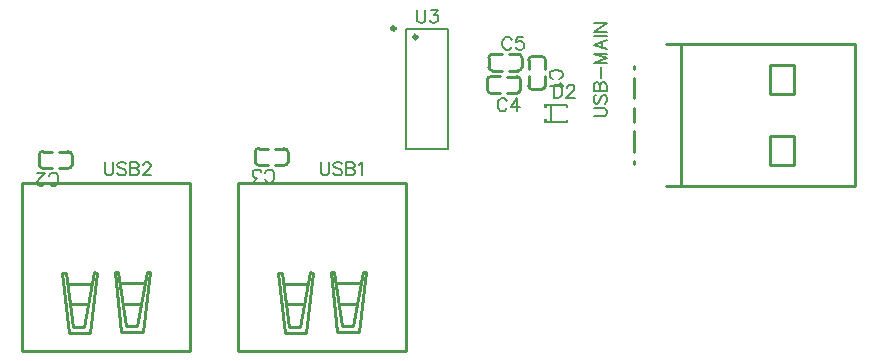
<source format=gto>
G04 Layer: TopSilkscreenLayer*
G04 EasyEDA v6.5.42, 2024-05-08 18:12:25*
G04 be8ffc033df6498d868a6c16453b8217,f8c0e07f684e49ff84154c9ab2af1557,10*
G04 Gerber Generator version 0.2*
G04 Scale: 100 percent, Rotated: No, Reflected: No *
G04 Dimensions in millimeters *
G04 leading zeros omitted , absolute positions ,4 integer and 5 decimal *
%FSLAX45Y45*%
%MOMM*%

%ADD10C,0.1524*%
%ADD11C,0.2540*%
%ADD12C,0.1520*%
%ADD13C,0.3000*%

%LPD*%
D10*
X3960622Y-3061207D02*
G01*
X3965956Y-3071621D01*
X3976370Y-3082036D01*
X3986529Y-3087115D01*
X4007358Y-3087115D01*
X4017772Y-3082036D01*
X4028186Y-3071621D01*
X4033520Y-3061207D01*
X4038600Y-3045460D01*
X4038600Y-3019552D01*
X4033520Y-3004057D01*
X4028186Y-2993644D01*
X4017772Y-2983229D01*
X4007358Y-2978150D01*
X3986529Y-2978150D01*
X3976370Y-2983229D01*
X3965956Y-2993644D01*
X3960622Y-3004057D01*
X3915918Y-3087115D02*
G01*
X3858768Y-3087115D01*
X3890009Y-3045460D01*
X3874515Y-3045460D01*
X3864102Y-3040379D01*
X3858768Y-3035300D01*
X3853688Y-3019552D01*
X3853688Y-3009137D01*
X3858768Y-2993644D01*
X3869181Y-2983229D01*
X3884929Y-2978150D01*
X3900424Y-2978150D01*
X3915918Y-2983229D01*
X3921252Y-2988310D01*
X3926331Y-2998723D01*
X6742506Y-2526817D02*
G01*
X6820484Y-2526817D01*
X6835978Y-2521737D01*
X6846392Y-2511323D01*
X6851472Y-2495575D01*
X6851472Y-2485161D01*
X6846392Y-2469667D01*
X6835978Y-2459253D01*
X6820484Y-2454173D01*
X6742506Y-2454173D01*
X6758000Y-2346985D02*
G01*
X6747586Y-2357399D01*
X6742506Y-2373147D01*
X6742506Y-2393721D01*
X6747586Y-2409469D01*
X6758000Y-2419883D01*
X6768414Y-2419883D01*
X6778828Y-2414549D01*
X6784162Y-2409469D01*
X6789242Y-2399055D01*
X6799656Y-2367813D01*
X6804736Y-2357399D01*
X6810070Y-2352319D01*
X6820484Y-2346985D01*
X6835978Y-2346985D01*
X6846392Y-2357399D01*
X6851472Y-2373147D01*
X6851472Y-2393721D01*
X6846392Y-2409469D01*
X6835978Y-2419883D01*
X6742506Y-2312695D02*
G01*
X6851472Y-2312695D01*
X6742506Y-2312695D02*
G01*
X6742506Y-2265959D01*
X6747586Y-2250465D01*
X6752920Y-2245131D01*
X6763334Y-2240051D01*
X6773748Y-2240051D01*
X6784162Y-2245131D01*
X6789242Y-2250465D01*
X6794322Y-2265959D01*
X6794322Y-2312695D02*
G01*
X6794322Y-2265959D01*
X6799656Y-2250465D01*
X6804736Y-2245131D01*
X6815150Y-2240051D01*
X6830898Y-2240051D01*
X6841312Y-2245131D01*
X6846392Y-2250465D01*
X6851472Y-2265959D01*
X6851472Y-2312695D01*
X6804736Y-2205761D02*
G01*
X6804736Y-2112289D01*
X6742506Y-2077999D02*
G01*
X6851472Y-2077999D01*
X6742506Y-2077999D02*
G01*
X6851472Y-2036343D01*
X6742506Y-1994687D02*
G01*
X6851472Y-2036343D01*
X6742506Y-1994687D02*
G01*
X6851472Y-1994687D01*
X6742506Y-1918995D02*
G01*
X6851472Y-1960397D01*
X6742506Y-1918995D02*
G01*
X6851472Y-1877339D01*
X6815150Y-1944903D02*
G01*
X6815150Y-1893087D01*
X6742506Y-1843049D02*
G01*
X6851472Y-1843049D01*
X6742506Y-1808759D02*
G01*
X6851472Y-1808759D01*
X6742506Y-1808759D02*
G01*
X6851472Y-1736115D01*
X6742506Y-1736115D02*
G01*
X6851472Y-1736115D01*
X6452108Y-2211578D02*
G01*
X6462522Y-2206244D01*
X6472936Y-2195829D01*
X6478015Y-2185670D01*
X6478015Y-2164842D01*
X6472936Y-2154428D01*
X6462522Y-2144013D01*
X6452108Y-2138679D01*
X6436359Y-2133600D01*
X6410452Y-2133600D01*
X6394958Y-2138679D01*
X6384543Y-2144013D01*
X6374129Y-2154428D01*
X6369050Y-2164842D01*
X6369050Y-2185670D01*
X6374129Y-2195829D01*
X6384543Y-2206244D01*
X6394958Y-2211578D01*
X6457188Y-2245868D02*
G01*
X6462522Y-2256281D01*
X6478015Y-2271776D01*
X6369050Y-2271776D01*
X2131822Y-3086607D02*
G01*
X2137156Y-3097021D01*
X2147570Y-3107436D01*
X2157729Y-3112515D01*
X2178558Y-3112515D01*
X2188972Y-3107436D01*
X2199386Y-3097021D01*
X2204720Y-3086607D01*
X2209800Y-3070860D01*
X2209800Y-3044952D01*
X2204720Y-3029457D01*
X2199386Y-3019044D01*
X2188972Y-3008629D01*
X2178558Y-3003550D01*
X2157729Y-3003550D01*
X2147570Y-3008629D01*
X2137156Y-3019044D01*
X2131822Y-3029457D01*
X2092452Y-3086607D02*
G01*
X2092452Y-3091687D01*
X2087118Y-3102102D01*
X2082038Y-3107436D01*
X2071624Y-3112515D01*
X2050795Y-3112515D01*
X2040381Y-3107436D01*
X2035302Y-3102102D01*
X2029968Y-3091687D01*
X2029968Y-3081273D01*
X2035302Y-3070860D01*
X2045715Y-3055365D01*
X2097531Y-3003550D01*
X2024888Y-3003550D01*
X6008877Y-2399792D02*
G01*
X6003543Y-2389378D01*
X5993129Y-2378963D01*
X5982970Y-2373884D01*
X5962141Y-2373884D01*
X5951727Y-2378963D01*
X5941313Y-2389378D01*
X5935979Y-2399792D01*
X5930900Y-2415539D01*
X5930900Y-2441447D01*
X5935979Y-2456942D01*
X5941313Y-2467355D01*
X5951727Y-2477770D01*
X5962141Y-2482850D01*
X5982970Y-2482850D01*
X5993129Y-2477770D01*
X6003543Y-2467355D01*
X6008877Y-2456942D01*
X6094984Y-2373884D02*
G01*
X6043168Y-2446528D01*
X6121145Y-2446528D01*
X6094984Y-2373884D02*
G01*
X6094984Y-2482850D01*
X6046977Y-1879092D02*
G01*
X6041643Y-1868678D01*
X6031229Y-1858263D01*
X6021070Y-1853184D01*
X6000241Y-1853184D01*
X5989827Y-1858263D01*
X5979413Y-1868678D01*
X5974079Y-1879092D01*
X5969000Y-1894839D01*
X5969000Y-1920747D01*
X5974079Y-1936242D01*
X5979413Y-1946655D01*
X5989827Y-1957070D01*
X6000241Y-1962150D01*
X6021070Y-1962150D01*
X6031229Y-1957070D01*
X6041643Y-1946655D01*
X6046977Y-1936242D01*
X6143497Y-1853184D02*
G01*
X6091681Y-1853184D01*
X6086347Y-1899920D01*
X6091681Y-1894839D01*
X6107175Y-1889505D01*
X6122670Y-1889505D01*
X6138418Y-1894839D01*
X6148831Y-1905000D01*
X6153911Y-1920747D01*
X6153911Y-1931162D01*
X6148831Y-1946655D01*
X6138418Y-1957070D01*
X6122670Y-1962150D01*
X6107175Y-1962150D01*
X6091681Y-1957070D01*
X6086347Y-1951989D01*
X6081268Y-1941576D01*
X6403301Y-2259584D02*
G01*
X6403301Y-2368550D01*
X6403301Y-2259584D02*
G01*
X6439623Y-2259584D01*
X6455371Y-2264663D01*
X6465531Y-2275078D01*
X6470865Y-2285492D01*
X6475945Y-2301239D01*
X6475945Y-2327147D01*
X6470865Y-2342642D01*
X6465531Y-2353055D01*
X6455371Y-2363470D01*
X6439623Y-2368550D01*
X6403301Y-2368550D01*
X6515569Y-2285492D02*
G01*
X6515569Y-2280412D01*
X6520649Y-2269997D01*
X6525983Y-2264663D01*
X6536397Y-2259584D01*
X6556971Y-2259584D01*
X6567385Y-2264663D01*
X6572719Y-2269997D01*
X6577799Y-2280412D01*
X6577799Y-2290826D01*
X6572719Y-2301239D01*
X6562305Y-2316734D01*
X6510235Y-2368550D01*
X6583133Y-2368550D01*
X5245100Y-1624584D02*
G01*
X5245100Y-1702562D01*
X5250179Y-1718055D01*
X5260593Y-1728470D01*
X5276341Y-1733550D01*
X5286756Y-1733550D01*
X5302250Y-1728470D01*
X5312663Y-1718055D01*
X5317743Y-1702562D01*
X5317743Y-1624584D01*
X5362447Y-1624584D02*
G01*
X5419597Y-1624584D01*
X5388609Y-1666239D01*
X5404104Y-1666239D01*
X5414518Y-1671320D01*
X5419597Y-1676400D01*
X5424931Y-1692147D01*
X5424931Y-1702562D01*
X5419597Y-1718055D01*
X5409184Y-1728470D01*
X5393690Y-1733550D01*
X5378195Y-1733550D01*
X5362447Y-1728470D01*
X5357368Y-1723389D01*
X5352034Y-1712976D01*
X4430801Y-2915780D02*
G01*
X4430801Y-2993758D01*
X4435881Y-3009252D01*
X4446295Y-3019666D01*
X4462043Y-3024746D01*
X4472457Y-3024746D01*
X4487951Y-3019666D01*
X4498365Y-3009252D01*
X4503445Y-2993758D01*
X4503445Y-2915780D01*
X4610633Y-2931274D02*
G01*
X4600219Y-2920860D01*
X4584471Y-2915780D01*
X4563897Y-2915780D01*
X4548149Y-2920860D01*
X4537735Y-2931274D01*
X4537735Y-2941688D01*
X4543069Y-2952102D01*
X4548149Y-2957436D01*
X4558563Y-2962516D01*
X4589805Y-2972930D01*
X4600219Y-2978010D01*
X4605299Y-2983344D01*
X4610633Y-2993758D01*
X4610633Y-3009252D01*
X4600219Y-3019666D01*
X4584471Y-3024746D01*
X4563897Y-3024746D01*
X4548149Y-3019666D01*
X4537735Y-3009252D01*
X4644923Y-2915780D02*
G01*
X4644923Y-3024746D01*
X4644923Y-2915780D02*
G01*
X4691659Y-2915780D01*
X4707153Y-2920860D01*
X4712487Y-2926194D01*
X4717567Y-2936608D01*
X4717567Y-2947022D01*
X4712487Y-2957436D01*
X4707153Y-2962516D01*
X4691659Y-2967596D01*
X4644923Y-2967596D02*
G01*
X4691659Y-2967596D01*
X4707153Y-2972930D01*
X4712487Y-2978010D01*
X4717567Y-2988424D01*
X4717567Y-3004172D01*
X4712487Y-3014586D01*
X4707153Y-3019666D01*
X4691659Y-3024746D01*
X4644923Y-3024746D01*
X4751857Y-2936608D02*
G01*
X4762271Y-2931274D01*
X4777765Y-2915780D01*
X4777765Y-3024746D01*
X2602001Y-2915780D02*
G01*
X2602001Y-2993758D01*
X2607081Y-3009252D01*
X2617495Y-3019666D01*
X2633243Y-3024746D01*
X2643657Y-3024746D01*
X2659151Y-3019666D01*
X2669565Y-3009252D01*
X2674645Y-2993758D01*
X2674645Y-2915780D01*
X2781833Y-2931274D02*
G01*
X2771419Y-2920860D01*
X2755671Y-2915780D01*
X2735097Y-2915780D01*
X2719349Y-2920860D01*
X2708935Y-2931274D01*
X2708935Y-2941688D01*
X2714269Y-2952102D01*
X2719349Y-2957436D01*
X2729763Y-2962516D01*
X2761005Y-2972930D01*
X2771419Y-2978010D01*
X2776499Y-2983344D01*
X2781833Y-2993758D01*
X2781833Y-3009252D01*
X2771419Y-3019666D01*
X2755671Y-3024746D01*
X2735097Y-3024746D01*
X2719349Y-3019666D01*
X2708935Y-3009252D01*
X2816123Y-2915780D02*
G01*
X2816123Y-3024746D01*
X2816123Y-2915780D02*
G01*
X2862859Y-2915780D01*
X2878353Y-2920860D01*
X2883687Y-2926194D01*
X2888767Y-2936608D01*
X2888767Y-2947022D01*
X2883687Y-2957436D01*
X2878353Y-2962516D01*
X2862859Y-2967596D01*
X2816123Y-2967596D02*
G01*
X2862859Y-2967596D01*
X2878353Y-2972930D01*
X2883687Y-2978010D01*
X2888767Y-2988424D01*
X2888767Y-3004172D01*
X2883687Y-3014586D01*
X2878353Y-3019666D01*
X2862859Y-3024746D01*
X2816123Y-3024746D01*
X2928391Y-2941688D02*
G01*
X2928391Y-2936608D01*
X2933471Y-2926194D01*
X2938551Y-2920860D01*
X2948965Y-2915780D01*
X2969793Y-2915780D01*
X2980207Y-2920860D01*
X2985541Y-2926194D01*
X2990621Y-2936608D01*
X2990621Y-2947022D01*
X2985541Y-2957436D01*
X2975127Y-2972930D01*
X2923057Y-3024746D01*
X2995701Y-3024746D01*
G36*
X6318199Y-2421636D02*
G01*
X6318199Y-2456891D01*
X6348679Y-2456891D01*
X6348679Y-2421636D01*
G37*
G36*
X6318199Y-2546908D02*
G01*
X6318199Y-2582164D01*
X6348679Y-2582164D01*
X6348679Y-2546908D01*
G37*
D11*
X3874198Y-2910177D02*
G01*
X3874198Y-2830174D01*
X3985173Y-2941162D02*
G01*
X3905176Y-2941162D01*
X3985173Y-2799196D02*
G01*
X3905176Y-2799196D01*
X4042763Y-2941744D02*
G01*
X4122762Y-2941744D01*
X4153745Y-2910761D02*
G01*
X4153745Y-2830763D01*
X4042763Y-2799783D02*
G01*
X4122762Y-2799783D01*
X7483665Y-3115335D02*
G01*
X7483665Y-1913968D01*
X8955130Y-1913968D02*
G01*
X7353658Y-1913968D01*
X8955130Y-1913968D02*
G01*
X8955130Y-3115335D01*
X7353112Y-3115335D01*
X8438781Y-2337826D02*
G01*
X8438781Y-2091578D01*
X8438781Y-2091578D02*
G01*
X8238782Y-2091578D01*
X8238782Y-2337826D01*
X8438781Y-2337826D02*
G01*
X8238782Y-2337826D01*
X8438781Y-2691477D02*
G01*
X8438781Y-2936219D01*
X8438781Y-2936219D02*
G01*
X8238782Y-2936219D01*
X8238782Y-2691477D01*
X8438781Y-2691477D02*
G01*
X8238782Y-2691477D01*
X7083714Y-2926283D02*
G01*
X7083714Y-2904462D01*
X7083714Y-2824772D02*
G01*
X7083714Y-2654449D01*
X7083714Y-2574759D02*
G01*
X7083714Y-2454450D01*
X7083714Y-2374760D02*
G01*
X7083714Y-2204402D01*
X7083714Y-2124834D02*
G01*
X7083714Y-2102952D01*
X6301077Y-2298001D02*
G01*
X6221074Y-2298001D01*
X6332062Y-2187026D02*
G01*
X6332062Y-2267023D01*
X6190096Y-2187026D02*
G01*
X6190096Y-2267023D01*
X6332644Y-2129436D02*
G01*
X6332644Y-2049437D01*
X6301661Y-2018454D02*
G01*
X6221663Y-2018454D01*
X6190683Y-2129436D02*
G01*
X6190683Y-2049437D01*
X2045398Y-2935577D02*
G01*
X2045398Y-2855574D01*
X2156373Y-2966562D02*
G01*
X2076376Y-2966562D01*
X2156373Y-2824596D02*
G01*
X2076376Y-2824596D01*
X2213963Y-2967144D02*
G01*
X2293962Y-2967144D01*
X2324945Y-2936161D02*
G01*
X2324945Y-2856163D01*
X2213963Y-2825183D02*
G01*
X2293962Y-2825183D01*
X6120701Y-2220622D02*
G01*
X6120701Y-2300625D01*
X6009726Y-2189637D02*
G01*
X6089723Y-2189637D01*
X6009726Y-2331603D02*
G01*
X6089723Y-2331603D01*
X5952136Y-2189055D02*
G01*
X5872137Y-2189055D01*
X5841154Y-2220038D02*
G01*
X5841154Y-2300036D01*
X5952136Y-2331016D02*
G01*
X5872137Y-2331016D01*
X6133401Y-2030122D02*
G01*
X6133401Y-2110125D01*
X6022426Y-1999137D02*
G01*
X6102423Y-1999137D01*
X6022426Y-2141103D02*
G01*
X6102423Y-2141103D01*
X5964836Y-1998555D02*
G01*
X5884837Y-1998555D01*
X5853854Y-2029538D02*
G01*
X5853854Y-2109536D01*
X5964836Y-2140516D02*
G01*
X5884837Y-2140516D01*
D12*
X6516324Y-2574521D02*
G01*
X6516324Y-2553898D01*
X6516324Y-2429278D02*
G01*
X6516324Y-2448900D01*
D10*
X6341079Y-2429278D02*
G01*
X6516324Y-2429278D01*
X6341079Y-2574521D02*
G01*
X6516324Y-2574521D01*
X6381523Y-2429278D02*
G01*
X6381523Y-2574521D01*
X5156860Y-1791080D02*
G01*
X5511139Y-1791080D01*
X5511139Y-2806319D01*
X5156860Y-2806319D01*
X5156860Y-1791080D01*
D11*
X4815824Y-3847223D02*
G01*
X4757409Y-4352688D01*
X4571987Y-4352688D01*
X4513821Y-3847988D01*
X4547097Y-3845445D01*
X4612624Y-4301888D01*
X4706609Y-4301888D01*
X4785344Y-3842146D01*
X4815824Y-3847223D01*
X4556744Y-3938666D02*
G01*
X4765024Y-3938666D01*
X4589767Y-4113923D02*
G01*
X4734544Y-4113923D01*
X4142724Y-4119003D02*
G01*
X4287509Y-4119003D01*
X4109709Y-3943746D02*
G01*
X4317987Y-3943746D01*
X4368787Y-3852303D02*
G01*
X4338309Y-3847223D01*
X4259567Y-4306966D01*
X4165587Y-4306966D01*
X4100055Y-3850530D01*
X4066778Y-3853065D01*
X4124944Y-4357766D01*
X4310367Y-4357766D01*
X4368787Y-3852303D01*
X3733800Y-3090303D02*
G01*
X5156200Y-3090303D01*
X5156200Y-4512703D01*
X3733800Y-4512703D01*
X3733800Y-3090303D01*
X2987024Y-3847223D02*
G01*
X2928609Y-4352688D01*
X2743187Y-4352688D01*
X2685021Y-3847988D01*
X2718297Y-3845445D01*
X2783824Y-4301888D01*
X2877809Y-4301888D01*
X2956544Y-3842146D01*
X2987024Y-3847223D01*
X2727944Y-3938666D02*
G01*
X2936224Y-3938666D01*
X2760967Y-4113923D02*
G01*
X2905744Y-4113923D01*
X2313924Y-4119003D02*
G01*
X2458709Y-4119003D01*
X2280909Y-3943746D02*
G01*
X2489187Y-3943746D01*
X2539987Y-3852303D02*
G01*
X2509509Y-3847223D01*
X2430767Y-4306966D01*
X2336787Y-4306966D01*
X2271255Y-3850530D01*
X2237978Y-3853065D01*
X2296144Y-4357766D01*
X2481567Y-4357766D01*
X2539987Y-3852303D01*
X1905000Y-3090303D02*
G01*
X3327400Y-3090303D01*
X3327400Y-4512703D01*
X1905000Y-4512703D01*
X1905000Y-3090303D01*
G75*
G01*
X4153751Y-2910761D02*
G02*
X4122768Y-2941744I-30983J0D01*
G75*
G01*
X4122768Y-2799778D02*
G02*
X4153751Y-2830764I0J-30983D01*
G75*
G01*
X3905181Y-2941163D02*
G02*
X3874199Y-2910177I0J30983D01*
G75*
G01*
X3874199Y-2830180D02*
G02*
X3905181Y-2799197I30982J0D01*
G75*
G01*
X6301661Y-2018449D02*
G02*
X6332644Y-2049432I0J-30983D01*
G75*
G01*
X6190678Y-2049432D02*
G02*
X6221664Y-2018449I30983J0D01*
G75*
G01*
X6332063Y-2267019D02*
G02*
X6301077Y-2298001I-30983J0D01*
G75*
G01*
X6221080Y-2298001D02*
G02*
X6190097Y-2267019I0J30982D01*
G75*
G01*
X2324951Y-2936161D02*
G02*
X2293968Y-2967144I-30983J0D01*
G75*
G01*
X2293968Y-2825178D02*
G02*
X2324951Y-2856164I0J-30983D01*
G75*
G01*
X2076381Y-2966563D02*
G02*
X2045399Y-2935577I0J30983D01*
G75*
G01*
X2045399Y-2855580D02*
G02*
X2076381Y-2824597I30982J0D01*
G75*
G01*
X5841149Y-2220039D02*
G02*
X5872132Y-2189056I30983J0D01*
G75*
G01*
X5872132Y-2331022D02*
G02*
X5841149Y-2300036I0J30983D01*
G75*
G01*
X6089719Y-2189637D02*
G02*
X6120701Y-2220623I0J-30983D01*
G75*
G01*
X6120701Y-2300620D02*
G02*
X6089719Y-2331603I-30982J0D01*
G75*
G01*
X5853849Y-2029539D02*
G02*
X5884832Y-1998556I30983J0D01*
G75*
G01*
X5884832Y-2140522D02*
G02*
X5853849Y-2109536I0J30983D01*
G75*
G01*
X6102419Y-1999137D02*
G02*
X6133401Y-2030123I0J-30983D01*
G75*
G01*
X6133401Y-2110120D02*
G02*
X6102419Y-2141103I-30982J0D01*
D13*
G75*
G01
X5247107Y-1854200D02*
G03X5247107Y-1854200I-15011J0D01*
G75*
G01
X5061763Y-1780972D02*
G03X5061763Y-1780972I-15011J0D01*
M02*

</source>
